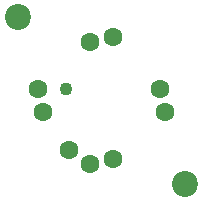
<source format=gts>
%TF.GenerationSoftware,KiCad,Pcbnew,7.0.5*%
%TF.CreationDate,2023-06-18T14:53:10+02:00*%
%TF.ProjectId,RKJXM1015004_Angled,524b4a58-4d31-4303-9135-3030345f416e,rev?*%
%TF.SameCoordinates,Original*%
%TF.FileFunction,Soldermask,Top*%
%TF.FilePolarity,Negative*%
%FSLAX46Y46*%
G04 Gerber Fmt 4.6, Leading zero omitted, Abs format (unit mm)*
G04 Created by KiCad (PCBNEW 7.0.5) date 2023-06-18 14:53:10*
%MOMM*%
%LPD*%
G01*
G04 APERTURE LIST*
%ADD10C,1.100000*%
%ADD11C,1.600000*%
%ADD12C,2.200000*%
G04 APERTURE END LIST*
D10*
X35964466Y-31500000D03*
D11*
X36264466Y-36650000D03*
X37964466Y-37850000D03*
X44314466Y-33500000D03*
X39964466Y-27150000D03*
X33614466Y-31500000D03*
X43914466Y-31500000D03*
X37964466Y-27550000D03*
X34014466Y-33500000D03*
X39964466Y-37450000D03*
D12*
X46035534Y-39571068D03*
X31893398Y-25428932D03*
M02*

</source>
